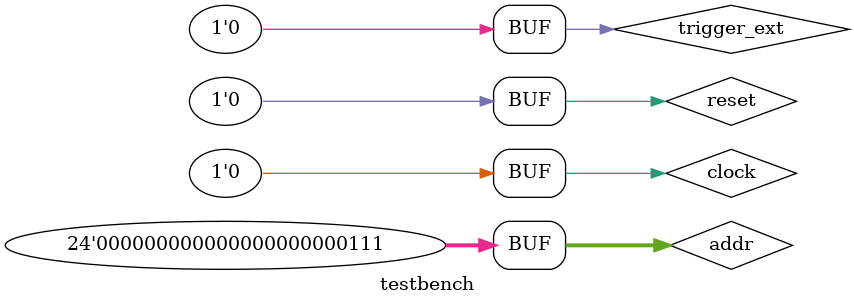
<source format=v>
`timescale 1ns / 1ps


module testbench();
    
    reg clock=0, reset=1, trigger_ext;
    reg [23:0] addr;
    wire [31:0] do;
    wire rdy;

    always begin
        clock = 1; #5;
        clock = 0; #5;
    end

    initial begin
       // $display("TEST START");
        #20; 
        reset=0;
        #10;
        //while(!LED[0])
         //   #10;
       // $display("TEST DONE");
       // $stop;
    end

    rom_qspi  rq (
        .clk(clock), .rst(reset),
        .baddr(addr[23:0]),
        .bsz(2'b0),
        .trigger_rd(trigger_ext),   //remove ?
        .bdo(do),  
        .brdy(rdy)
    );

    initial begin
        addr = 0;
        #90;
        trigger_ext = 1;
        addr = 3;
        #1200         trigger_ext = 0;

        #1250;
        addr = 7;
    
    end
 

endmodule

</source>
